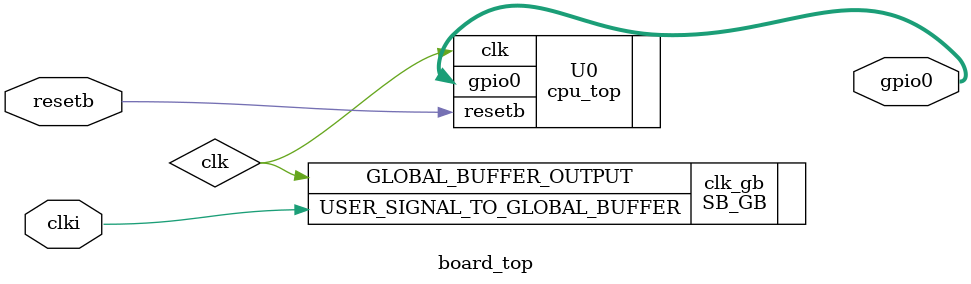
<source format=v>

module board_top
  (
   input wire clki,
   input wire resetb,
   output wire [7:0] gpio0
   );

   wire 	     clk;
   SB_GB clk_gb(.USER_SIGNAL_TO_GLOBAL_BUFFER(clki),
		.GLOBAL_BUFFER_OUTPUT(clk));

   cpu_top U0(.clk(clk), .resetb(resetb), .gpio0(gpio0));
   
endmodule // board_top

</source>
